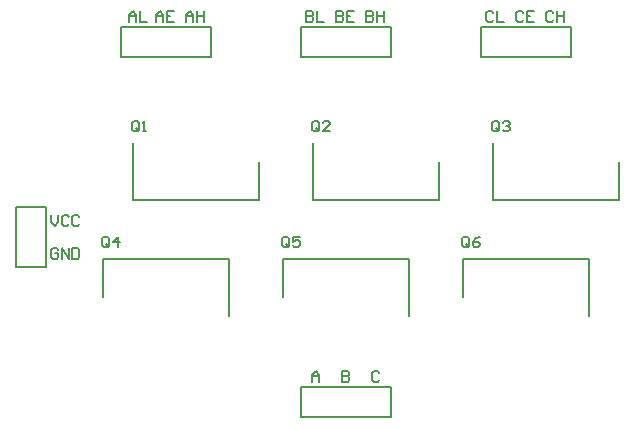
<source format=gto>
G04*
G04 #@! TF.GenerationSoftware,Altium Limited,Altium Designer,20.1.11 (218)*
G04*
G04 Layer_Color=65535*
%FSLAX25Y25*%
%MOIN*%
G70*
G04*
G04 #@! TF.SameCoordinates,A2F51ED7-86EA-4CBA-A123-1C3C6C473107*
G04*
G04*
G04 #@! TF.FilePolarity,Positive*
G04*
G01*
G75*
%ADD10C,0.00787*%
%ADD11C,0.00700*%
D10*
X211004Y77303D02*
Y90000D01*
X168996Y77303D02*
X211004D01*
X168996D02*
Y96319D01*
X151004Y77303D02*
Y90000D01*
X108996Y77303D02*
X151004D01*
X108996D02*
Y96319D01*
X91004Y77303D02*
Y90000D01*
X48996Y77303D02*
X91004D01*
X48996D02*
Y96319D01*
X158996Y45000D02*
Y57697D01*
X201004D01*
Y38681D02*
Y57697D01*
X98996Y45000D02*
Y57697D01*
X141004D01*
Y38681D02*
Y57697D01*
X38996Y45000D02*
Y57697D01*
X81004D01*
Y38681D02*
Y57697D01*
X135000Y5000D02*
Y15000D01*
X105000Y5000D02*
X135000D01*
X105000D02*
Y15000D01*
X135000D01*
X45000Y125000D02*
Y135000D01*
X75000D01*
Y125000D02*
Y135000D01*
X45000Y125000D02*
X75000D01*
X10000Y75000D02*
X20000D01*
Y55000D02*
Y75000D01*
X10000Y55000D02*
X20000D01*
X10000D02*
Y75000D01*
X105000Y125000D02*
Y135000D01*
X135000D01*
Y125000D02*
Y135000D01*
X105000Y125000D02*
X135000D01*
X165000D02*
Y135000D01*
X195000D01*
Y125000D02*
Y135000D01*
X165000Y125000D02*
X195000D01*
D11*
X24033Y60616D02*
X23449Y61199D01*
X22283D01*
X21700Y60616D01*
Y58283D01*
X22283Y57700D01*
X23449D01*
X24033Y58283D01*
Y59449D01*
X22866D01*
X25199Y57700D02*
Y61199D01*
X27531Y57700D01*
Y61199D01*
X28698D02*
Y57700D01*
X30447D01*
X31030Y58283D01*
Y60616D01*
X30447Y61199D01*
X28698D01*
X56700Y136700D02*
Y139033D01*
X57866Y140199D01*
X59033Y139033D01*
Y136700D01*
Y138449D01*
X56700D01*
X62531Y140199D02*
X60199D01*
Y136700D01*
X62531D01*
X60199Y138449D02*
X61365D01*
X21700Y72199D02*
Y69866D01*
X22866Y68700D01*
X24033Y69866D01*
Y72199D01*
X27531Y71616D02*
X26948Y72199D01*
X25782D01*
X25199Y71616D01*
Y69283D01*
X25782Y68700D01*
X26948D01*
X27531Y69283D01*
X31030Y71616D02*
X30447Y72199D01*
X29281D01*
X28698Y71616D01*
Y69283D01*
X29281Y68700D01*
X30447D01*
X31030Y69283D01*
X131033Y19616D02*
X130449Y20199D01*
X129283D01*
X128700Y19616D01*
Y17283D01*
X129283Y16700D01*
X130449D01*
X131033Y17283D01*
X169033Y139616D02*
X168449Y140199D01*
X167283D01*
X166700Y139616D01*
Y137283D01*
X167283Y136700D01*
X168449D01*
X169033Y137283D01*
X170199Y140199D02*
Y136700D01*
X172531D01*
X118700Y20199D02*
Y16700D01*
X120449D01*
X121033Y17283D01*
Y17866D01*
X120449Y18449D01*
X118700D01*
X120449D01*
X121033Y19033D01*
Y19616D01*
X120449Y20199D01*
X118700D01*
X47700Y136700D02*
Y139033D01*
X48866Y140199D01*
X50033Y139033D01*
Y136700D01*
Y138449D01*
X47700D01*
X51199Y140199D02*
Y136700D01*
X53531D01*
X189033Y139616D02*
X188449Y140199D01*
X187283D01*
X186700Y139616D01*
Y137283D01*
X187283Y136700D01*
X188449D01*
X189033Y137283D01*
X190199Y140199D02*
Y136700D01*
Y138449D01*
X192531D01*
Y140199D01*
Y136700D01*
X66700D02*
Y139033D01*
X67866Y140199D01*
X69033Y139033D01*
Y136700D01*
Y138449D01*
X66700D01*
X70199Y140199D02*
Y136700D01*
Y138449D01*
X72531D01*
Y140199D01*
Y136700D01*
X179033Y139616D02*
X178449Y140199D01*
X177283D01*
X176700Y139616D01*
Y137283D01*
X177283Y136700D01*
X178449D01*
X179033Y137283D01*
X182531Y140199D02*
X180199D01*
Y136700D01*
X182531D01*
X180199Y138449D02*
X181365D01*
X116700Y140199D02*
Y136700D01*
X118449D01*
X119033Y137283D01*
Y137866D01*
X118449Y138449D01*
X116700D01*
X118449D01*
X119033Y139033D01*
Y139616D01*
X118449Y140199D01*
X116700D01*
X122531D02*
X120199D01*
Y136700D01*
X122531D01*
X120199Y138449D02*
X121365D01*
X126700Y140199D02*
Y136700D01*
X128449D01*
X129033Y137283D01*
Y137866D01*
X128449Y138449D01*
X126700D01*
X128449D01*
X129033Y139033D01*
Y139616D01*
X128449Y140199D01*
X126700D01*
X130199D02*
Y136700D01*
Y138449D01*
X132531D01*
Y140199D01*
Y136700D01*
X108700Y16700D02*
Y19033D01*
X109866Y20199D01*
X111033Y19033D01*
Y16700D01*
Y18449D01*
X108700D01*
X106700Y140199D02*
Y136700D01*
X108449D01*
X109033Y137283D01*
Y137866D01*
X108449Y138449D01*
X106700D01*
X108449D01*
X109033Y139033D01*
Y139616D01*
X108449Y140199D01*
X106700D01*
X110199D02*
Y136700D01*
X112531D01*
X170933Y100683D02*
Y103016D01*
X170349Y103599D01*
X169183D01*
X168600Y103016D01*
Y100683D01*
X169183Y100100D01*
X170349D01*
X169766Y101266D02*
X170933Y100100D01*
X170349D02*
X170933Y100683D01*
X172099Y103016D02*
X172682Y103599D01*
X173848D01*
X174431Y103016D01*
Y102433D01*
X173848Y101849D01*
X173265D01*
X173848D01*
X174431Y101266D01*
Y100683D01*
X173848Y100100D01*
X172682D01*
X172099Y100683D01*
X110933D02*
Y103016D01*
X110349Y103599D01*
X109183D01*
X108600Y103016D01*
Y100683D01*
X109183Y100100D01*
X110349D01*
X109766Y101266D02*
X110933Y100100D01*
X110349D02*
X110933Y100683D01*
X114431Y100100D02*
X112099D01*
X114431Y102433D01*
Y103016D01*
X113848Y103599D01*
X112682D01*
X112099Y103016D01*
X50933Y100683D02*
Y103016D01*
X50349Y103599D01*
X49183D01*
X48600Y103016D01*
Y100683D01*
X49183Y100100D01*
X50349D01*
X49766Y101266D02*
X50933Y100100D01*
X50349D02*
X50933Y100683D01*
X52099Y100100D02*
X53265D01*
X52682D01*
Y103599D01*
X52099Y103016D01*
X160933Y62083D02*
Y64416D01*
X160349Y64999D01*
X159183D01*
X158600Y64416D01*
Y62083D01*
X159183Y61500D01*
X160349D01*
X159766Y62666D02*
X160933Y61500D01*
X160349D02*
X160933Y62083D01*
X164431Y64999D02*
X163265Y64416D01*
X162099Y63249D01*
Y62083D01*
X162682Y61500D01*
X163848D01*
X164431Y62083D01*
Y62666D01*
X163848Y63249D01*
X162099D01*
X100933Y62083D02*
Y64416D01*
X100349Y64999D01*
X99183D01*
X98600Y64416D01*
Y62083D01*
X99183Y61500D01*
X100349D01*
X99766Y62666D02*
X100933Y61500D01*
X100349D02*
X100933Y62083D01*
X104431Y64999D02*
X102099D01*
Y63249D01*
X103265Y63833D01*
X103848D01*
X104431Y63249D01*
Y62083D01*
X103848Y61500D01*
X102682D01*
X102099Y62083D01*
X40933D02*
Y64416D01*
X40349Y64999D01*
X39183D01*
X38600Y64416D01*
Y62083D01*
X39183Y61500D01*
X40349D01*
X39766Y62666D02*
X40933Y61500D01*
X40349D02*
X40933Y62083D01*
X43848Y61500D02*
Y64999D01*
X42099Y63249D01*
X44431D01*
M02*

</source>
